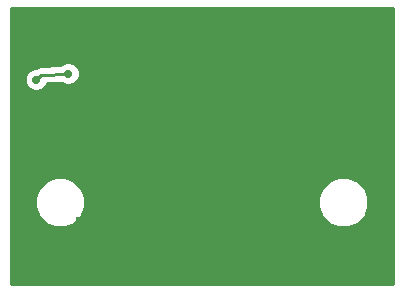
<source format=gbl>
G04 #@! TF.FileFunction,Copper,L2,Bot,Signal*
%FSLAX46Y46*%
G04 Gerber Fmt 4.6, Leading zero omitted, Abs format (unit mm)*
G04 Created by KiCad (PCBNEW 4.0.6-e0-6349~53~ubuntu16.04.1) date Sat Jul 29 16:19:03 2017*
%MOMM*%
%LPD*%
G01*
G04 APERTURE LIST*
%ADD10C,0.150000*%
%ADD11C,0.600000*%
%ADD12R,2.499360X2.499360*%
%ADD13C,0.700000*%
%ADD14C,0.250000*%
%ADD15C,0.254000*%
G04 APERTURE END LIST*
D10*
D11*
X152800000Y-104200000D03*
X154800000Y-104200000D03*
X153800000Y-104200000D03*
X152600000Y-102600000D03*
X153600000Y-102600000D03*
X151600000Y-102600000D03*
X150400000Y-101400000D03*
X152400000Y-101400000D03*
X151400000Y-101400000D03*
X150000000Y-100000000D03*
X151000000Y-100000000D03*
X149000000Y-100000000D03*
X148600000Y-97200000D03*
X147600000Y-97200000D03*
X147600000Y-98600000D03*
X149600000Y-98600000D03*
X148600000Y-98600000D03*
X160900000Y-104500000D03*
X159900000Y-104500000D03*
X161900000Y-104500000D03*
X162900000Y-104500000D03*
X161900000Y-105500000D03*
X162900000Y-105500000D03*
X161900000Y-106500000D03*
X162900000Y-106500000D03*
X148300000Y-109400000D03*
X147200000Y-107800000D03*
X149200000Y-106300000D03*
X148200000Y-106300000D03*
X147200000Y-106300000D03*
X146200000Y-106300000D03*
X145200000Y-106300000D03*
X144300000Y-105900000D03*
X146200000Y-107800000D03*
X143200000Y-104900000D03*
X144200000Y-104900000D03*
X145200000Y-104900000D03*
X146200000Y-104900000D03*
X147200000Y-104900000D03*
X148200000Y-104900000D03*
X149200000Y-104900000D03*
X148200000Y-103500000D03*
X147200000Y-103500000D03*
X146200000Y-103500000D03*
X145200000Y-103500000D03*
X144200000Y-103500000D03*
X143200000Y-103500000D03*
X142200000Y-103500000D03*
X162500000Y-115500000D03*
X161500000Y-115500000D03*
X160500000Y-115500000D03*
X159500000Y-115500000D03*
X158500000Y-115500000D03*
X157500000Y-115500000D03*
X162500000Y-114500000D03*
X161500000Y-114500000D03*
X160500000Y-114500000D03*
X159500000Y-114500000D03*
X158500000Y-114500000D03*
X157500000Y-114500000D03*
X162500000Y-113500000D03*
X161500000Y-113500000D03*
X160500000Y-113500000D03*
X159500000Y-113500000D03*
X158500000Y-113500000D03*
X157500000Y-113500000D03*
X162500000Y-112500000D03*
X161500000Y-112500000D03*
X160500000Y-112500000D03*
X159500000Y-112500000D03*
X158500000Y-112500000D03*
X157500000Y-112500000D03*
X167900000Y-115500000D03*
X166900000Y-115500000D03*
X165900000Y-115500000D03*
X164900000Y-115500000D03*
X163900000Y-115500000D03*
X167900000Y-114500000D03*
X166900000Y-114500000D03*
X165900000Y-114500000D03*
X164900000Y-114500000D03*
X163900000Y-114500000D03*
X167900000Y-113500000D03*
X166900000Y-113500000D03*
X165900000Y-113500000D03*
X164900000Y-113500000D03*
X163900000Y-113500000D03*
X167900000Y-112500000D03*
X166900000Y-112500000D03*
X165900000Y-112500000D03*
X164900000Y-112500000D03*
X163900000Y-112500000D03*
X167900000Y-111500000D03*
X166900000Y-111500000D03*
X165900000Y-111500000D03*
X164900000Y-111500000D03*
X163900000Y-111500000D03*
X167900000Y-110500000D03*
X166900000Y-110500000D03*
X165900000Y-110500000D03*
X156300000Y-112200000D03*
X167900000Y-109500000D03*
X166900000Y-109500000D03*
X155400000Y-115300000D03*
X167900000Y-108500000D03*
X166900000Y-108500000D03*
X156400000Y-115300000D03*
X167900000Y-107500000D03*
X166900000Y-107500000D03*
X165900000Y-107500000D03*
X167900000Y-106500000D03*
X166900000Y-106500000D03*
X165900000Y-106500000D03*
X164900000Y-106500000D03*
X163900000Y-106500000D03*
X167900000Y-105500000D03*
X166900000Y-105500000D03*
X165900000Y-105500000D03*
X164900000Y-105500000D03*
X163900000Y-105500000D03*
X167900000Y-104500000D03*
X166900000Y-104500000D03*
X165900000Y-104500000D03*
X164900000Y-104500000D03*
X163900000Y-104500000D03*
X167900000Y-103500000D03*
X166900000Y-103500000D03*
X165900000Y-103500000D03*
X164900000Y-103500000D03*
X163900000Y-103500000D03*
X167900000Y-102500000D03*
X166900000Y-102500000D03*
X165900000Y-102500000D03*
X164900000Y-102500000D03*
X163900000Y-102500000D03*
X167900000Y-101500000D03*
X166900000Y-101500000D03*
X165900000Y-101500000D03*
X164900000Y-101500000D03*
X163900000Y-101500000D03*
X167900000Y-100500000D03*
X166900000Y-100500000D03*
X165900000Y-100500000D03*
X164900000Y-100500000D03*
X163900000Y-100500000D03*
X167900000Y-99500000D03*
X166900000Y-99500000D03*
X165900000Y-99500000D03*
X164900000Y-99500000D03*
X163900000Y-99500000D03*
X167900000Y-98500000D03*
X166900000Y-98500000D03*
X165900000Y-98500000D03*
X164900000Y-98500000D03*
X163900000Y-98500000D03*
X167900000Y-97500000D03*
X166900000Y-97500000D03*
X165900000Y-97500000D03*
X164900000Y-97500000D03*
X163900000Y-97500000D03*
X167900000Y-96500000D03*
X166900000Y-96500000D03*
X165900000Y-96500000D03*
X164900000Y-96500000D03*
X163900000Y-96500000D03*
X167900000Y-95500000D03*
X166900000Y-95500000D03*
X165900000Y-95500000D03*
X164900000Y-95500000D03*
X163900000Y-95500000D03*
X167900000Y-94500000D03*
X166900000Y-94500000D03*
X165900000Y-94500000D03*
X164900000Y-94500000D03*
X163900000Y-94500000D03*
X154900000Y-100700000D03*
X155900000Y-100700000D03*
X156900000Y-100700000D03*
X156900000Y-99200000D03*
X155900000Y-99200000D03*
X154900000Y-99200000D03*
X153900000Y-99200000D03*
X151900000Y-97700000D03*
X152900000Y-97700000D03*
X153900000Y-97700000D03*
X154900000Y-97700000D03*
X155900000Y-97700000D03*
X156900000Y-97700000D03*
X156900000Y-96100000D03*
X155900000Y-96100000D03*
X154900000Y-96100000D03*
X153900000Y-96100000D03*
X152900000Y-96100000D03*
X151900000Y-96100000D03*
X150900000Y-96100000D03*
X150900000Y-94600000D03*
X151900000Y-94600000D03*
X152900000Y-94600000D03*
X153900000Y-94600000D03*
X154900000Y-94600000D03*
X155900000Y-94600000D03*
X156900000Y-94600000D03*
X149900000Y-94600000D03*
X167900000Y-93300000D03*
X166900000Y-93300000D03*
X165900000Y-93300000D03*
X164900000Y-93300000D03*
X163900000Y-93300000D03*
X162900000Y-93300000D03*
X161900000Y-93300000D03*
X160900000Y-93300000D03*
X159900000Y-93300000D03*
X158900000Y-93300000D03*
X157900000Y-93300000D03*
X156900000Y-93300000D03*
X155900000Y-93300000D03*
X154900000Y-93300000D03*
X153900000Y-93300000D03*
X152900000Y-93300000D03*
X151900000Y-93300000D03*
X150900000Y-93300000D03*
X149900000Y-93300000D03*
X148900000Y-93300000D03*
X147900000Y-93300000D03*
X146900000Y-93300000D03*
X145900000Y-93300000D03*
X145600000Y-112600000D03*
X145600000Y-113600000D03*
X146600000Y-113600000D03*
X148600000Y-115600000D03*
X145600000Y-114600000D03*
X146600000Y-114600000D03*
X147600000Y-114600000D03*
X145600000Y-115600000D03*
X146600000Y-115600000D03*
X147600000Y-115600000D03*
X141600000Y-110500000D03*
X142600000Y-110500000D03*
X143600000Y-110500000D03*
X144600000Y-115600000D03*
X143600000Y-115600000D03*
X142600000Y-115600000D03*
X141600000Y-115600000D03*
X140600000Y-115600000D03*
X139600000Y-115600000D03*
X144600000Y-114600000D03*
X143600000Y-114600000D03*
X142600000Y-114600000D03*
X141600000Y-114600000D03*
X140600000Y-114600000D03*
X139600000Y-114600000D03*
X144600000Y-113600000D03*
X143600000Y-113600000D03*
X142600000Y-113600000D03*
X141600000Y-113600000D03*
X140600000Y-113600000D03*
X139600000Y-113600000D03*
X144600000Y-112600000D03*
X143600000Y-112600000D03*
X142600000Y-112600000D03*
X141600000Y-112600000D03*
X140600000Y-112600000D03*
X139600000Y-112600000D03*
X144600000Y-111600000D03*
X143600000Y-111600000D03*
X142600000Y-111600000D03*
X141600000Y-111600000D03*
X140600000Y-111600000D03*
X139600000Y-111600000D03*
X138500000Y-115500000D03*
X138500000Y-113600000D03*
X138500000Y-112600000D03*
X138500000Y-111600000D03*
X138500000Y-114600000D03*
X137400000Y-115500000D03*
X137400000Y-114500000D03*
X137400000Y-113500000D03*
X137400000Y-112500000D03*
X137400000Y-111500000D03*
X137400000Y-110500000D03*
X137400000Y-109500000D03*
X137400000Y-108500000D03*
X137400000Y-107500000D03*
X137400000Y-106500000D03*
X137400000Y-105500000D03*
X136300000Y-115500000D03*
X136300000Y-114500000D03*
X136300000Y-113500000D03*
X136300000Y-112500000D03*
X136300000Y-111500000D03*
X136300000Y-110500000D03*
X136300000Y-109500000D03*
X136300000Y-108500000D03*
X136300000Y-107500000D03*
X136300000Y-106500000D03*
X136300000Y-105500000D03*
X136300000Y-104500000D03*
X136300000Y-103500000D03*
X136300000Y-98500000D03*
X136300000Y-99500000D03*
X136300000Y-100500000D03*
X136300000Y-101500000D03*
X136300000Y-102500000D03*
X143600000Y-93300000D03*
X138300000Y-97300000D03*
X137300000Y-97300000D03*
X136300000Y-97300000D03*
X141300000Y-93300000D03*
X144900000Y-93300000D03*
X138300000Y-96300000D03*
X137300000Y-96300000D03*
X136300000Y-96300000D03*
X142400000Y-93300000D03*
X139300000Y-95300000D03*
X138300000Y-95300000D03*
X137300000Y-95300000D03*
X136300000Y-95300000D03*
X140300000Y-94300000D03*
X139300000Y-94300000D03*
X138300000Y-94300000D03*
X137300000Y-94300000D03*
X136300000Y-94300000D03*
X140300000Y-93300000D03*
X139300000Y-93300000D03*
X138300000Y-93300000D03*
X137300000Y-93300000D03*
X152000000Y-109000000D03*
X152762000Y-108238000D03*
X151238000Y-108238000D03*
X152762000Y-109762000D03*
X151238000Y-109762000D03*
D12*
X152000000Y-109000000D03*
D11*
X136300000Y-93300000D03*
D13*
X154100000Y-113800000D03*
X155900000Y-113800000D03*
X157200000Y-107300000D03*
X159200000Y-106700000D03*
X151648160Y-114251840D03*
X148850320Y-107750320D03*
X140600000Y-101800000D03*
X140700000Y-98100000D03*
X138000000Y-98600000D03*
D14*
X155900000Y-113800000D02*
X154100000Y-113800000D01*
X151600000Y-114300000D02*
X151500000Y-114300000D01*
X151648160Y-114251840D02*
X151600000Y-114300000D01*
X148850320Y-107750320D02*
X148900000Y-107800000D01*
X138400000Y-98200000D02*
X140700000Y-98100000D01*
X138000000Y-98600000D02*
X138400000Y-98200000D01*
D15*
G36*
X168173000Y-115873000D02*
X135877000Y-115873000D01*
X135877000Y-109421230D01*
X137872632Y-109421230D01*
X138195766Y-110203274D01*
X138793578Y-110802131D01*
X139575057Y-111126630D01*
X140421230Y-111127368D01*
X141203274Y-110804234D01*
X141802131Y-110206422D01*
X142126630Y-109424943D01*
X142126633Y-109421230D01*
X161872632Y-109421230D01*
X162195766Y-110203274D01*
X162793578Y-110802131D01*
X163575057Y-111126630D01*
X164421230Y-111127368D01*
X165203274Y-110804234D01*
X165802131Y-110206422D01*
X166126630Y-109424943D01*
X166127368Y-108578770D01*
X165804234Y-107796726D01*
X165206422Y-107197869D01*
X164424943Y-106873370D01*
X163578770Y-106872632D01*
X162796726Y-107195766D01*
X162197869Y-107793578D01*
X161873370Y-108575057D01*
X161872632Y-109421230D01*
X142126633Y-109421230D01*
X142127368Y-108578770D01*
X141804234Y-107796726D01*
X141206422Y-107197869D01*
X140424943Y-106873370D01*
X139578770Y-106872632D01*
X138796726Y-107195766D01*
X138197869Y-107793578D01*
X137873370Y-108575057D01*
X137872632Y-109421230D01*
X135877000Y-109421230D01*
X135877000Y-98793485D01*
X137022830Y-98793485D01*
X137171256Y-99152703D01*
X137445851Y-99427778D01*
X137804810Y-99576830D01*
X138193485Y-99577170D01*
X138552703Y-99428744D01*
X138827778Y-99154149D01*
X138920825Y-98930066D01*
X140097082Y-98878924D01*
X140145851Y-98927778D01*
X140504810Y-99076830D01*
X140893485Y-99077170D01*
X141252703Y-98928744D01*
X141527778Y-98654149D01*
X141676830Y-98295190D01*
X141677170Y-97906515D01*
X141528744Y-97547297D01*
X141254149Y-97272222D01*
X140895190Y-97123170D01*
X140506515Y-97122830D01*
X140147297Y-97271256D01*
X140042493Y-97375877D01*
X138367335Y-97448710D01*
X138240383Y-97479750D01*
X138112222Y-97505243D01*
X138098429Y-97514459D01*
X138082315Y-97518399D01*
X137976913Y-97595653D01*
X137936070Y-97622943D01*
X137806515Y-97622830D01*
X137447297Y-97771256D01*
X137172222Y-98045851D01*
X137023170Y-98404810D01*
X137022830Y-98793485D01*
X135877000Y-98793485D01*
X135877000Y-92577000D01*
X168173000Y-92577000D01*
X168173000Y-115873000D01*
X168173000Y-115873000D01*
G37*
X168173000Y-115873000D02*
X135877000Y-115873000D01*
X135877000Y-109421230D01*
X137872632Y-109421230D01*
X138195766Y-110203274D01*
X138793578Y-110802131D01*
X139575057Y-111126630D01*
X140421230Y-111127368D01*
X141203274Y-110804234D01*
X141802131Y-110206422D01*
X142126630Y-109424943D01*
X142126633Y-109421230D01*
X161872632Y-109421230D01*
X162195766Y-110203274D01*
X162793578Y-110802131D01*
X163575057Y-111126630D01*
X164421230Y-111127368D01*
X165203274Y-110804234D01*
X165802131Y-110206422D01*
X166126630Y-109424943D01*
X166127368Y-108578770D01*
X165804234Y-107796726D01*
X165206422Y-107197869D01*
X164424943Y-106873370D01*
X163578770Y-106872632D01*
X162796726Y-107195766D01*
X162197869Y-107793578D01*
X161873370Y-108575057D01*
X161872632Y-109421230D01*
X142126633Y-109421230D01*
X142127368Y-108578770D01*
X141804234Y-107796726D01*
X141206422Y-107197869D01*
X140424943Y-106873370D01*
X139578770Y-106872632D01*
X138796726Y-107195766D01*
X138197869Y-107793578D01*
X137873370Y-108575057D01*
X137872632Y-109421230D01*
X135877000Y-109421230D01*
X135877000Y-98793485D01*
X137022830Y-98793485D01*
X137171256Y-99152703D01*
X137445851Y-99427778D01*
X137804810Y-99576830D01*
X138193485Y-99577170D01*
X138552703Y-99428744D01*
X138827778Y-99154149D01*
X138920825Y-98930066D01*
X140097082Y-98878924D01*
X140145851Y-98927778D01*
X140504810Y-99076830D01*
X140893485Y-99077170D01*
X141252703Y-98928744D01*
X141527778Y-98654149D01*
X141676830Y-98295190D01*
X141677170Y-97906515D01*
X141528744Y-97547297D01*
X141254149Y-97272222D01*
X140895190Y-97123170D01*
X140506515Y-97122830D01*
X140147297Y-97271256D01*
X140042493Y-97375877D01*
X138367335Y-97448710D01*
X138240383Y-97479750D01*
X138112222Y-97505243D01*
X138098429Y-97514459D01*
X138082315Y-97518399D01*
X137976913Y-97595653D01*
X137936070Y-97622943D01*
X137806515Y-97622830D01*
X137447297Y-97771256D01*
X137172222Y-98045851D01*
X137023170Y-98404810D01*
X137022830Y-98793485D01*
X135877000Y-98793485D01*
X135877000Y-92577000D01*
X168173000Y-92577000D01*
X168173000Y-115873000D01*
M02*

</source>
